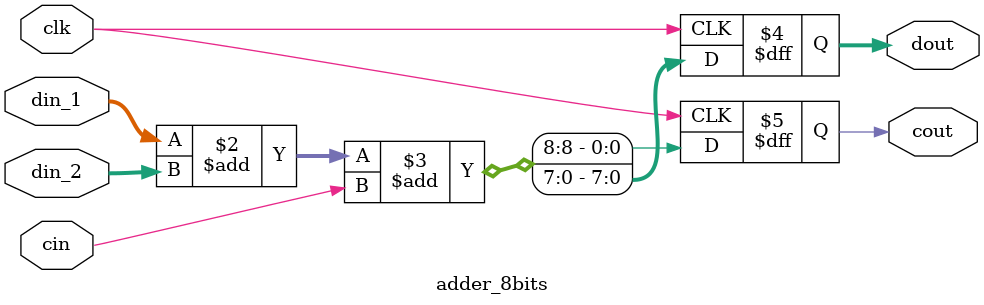
<source format=v>
module adder_8bits(din_1, clk, cin, dout, din_2, cout);
    input [7:0] din_1;
    input clk;
    input cin;
    output [7:0] dout;
    input [7:0] din_2;
    output cout;
	 
	 reg [7:0] dout;
	 reg       cout;
	 
	 always @(posedge clk) begin
		{cout,dout} <= din_1 + din_2 + cin;
	 end

endmodule
</source>
